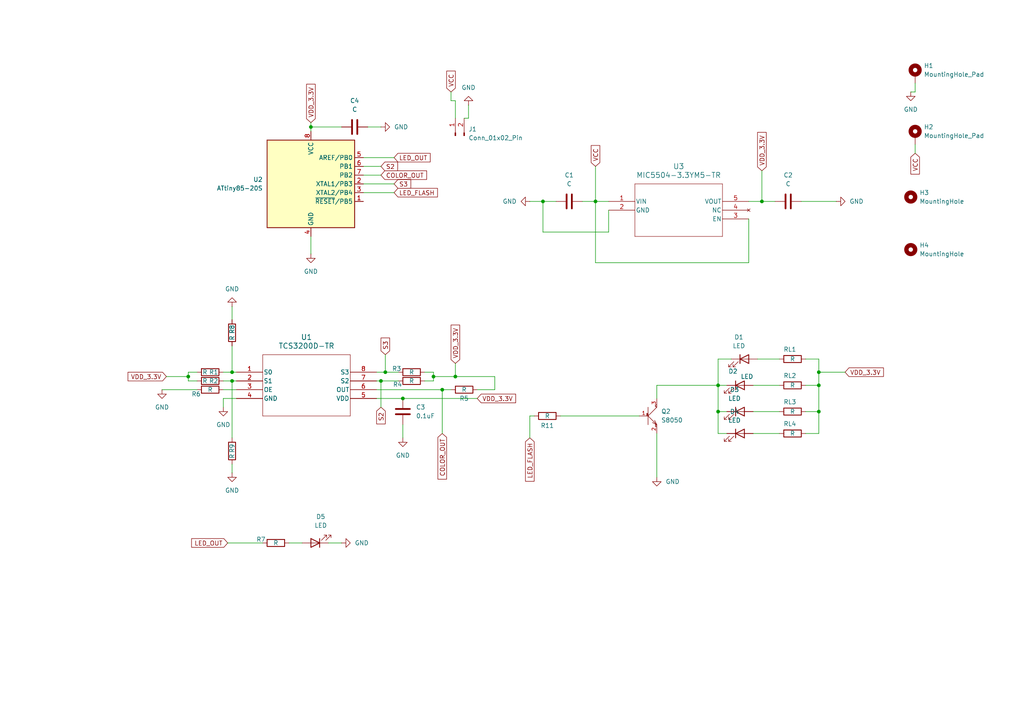
<source format=kicad_sch>
(kicad_sch (version 20231120) (generator "eeschema") (generator_version "8.0")
  (paper "A4")
  (lib_symbols
    (symbol "Connector:Conn_01x02_Pin" (pin_names (offset 1.016) hide)
      (property "Reference" "J" (at 0 2.54 0))
      (property "Value" "Conn_01x02_Pin" (at 0 -5.08 0))
      (symbol "Conn_01x02_Pin_1_1"
        (polyline (pts (xy 1.27 -2.54) (xy 0.8636 -2.54)) (stroke (width 0.1524)))
        (polyline (pts (xy 1.27 0) (xy 0.8636 0)) (stroke (width 0.1524)))
        (rectangle (start 0.8636 -2.413) (end 0 -2.667) (stroke (width 0.1524)) (fill (type outline)))
        (rectangle (start 0.8636 0.127) (end 0 -0.127) (stroke (width 0.1524)) (fill (type outline)))
        (pin passive line (at 5.08 0 180) (length 3.81) (name "Pin_1") (number "1"))
        (pin passive line (at 5.08 -2.54 180) (length 3.81) (name "Pin_2") (number "2"))
      )
    )
    (symbol "Device:C" (pin_numbers hide) (pin_names (offset 0.254))
      (property "Reference" "C" (at 0.635 2.54 0))
      (property "Value" "C" (at 0.635 -2.54 0))
      (symbol "C_0_1"
        (polyline (pts (xy -2.032 -0.762) (xy 2.032 -0.762)) (stroke (width 0.508)))
        (polyline (pts (xy -2.032 0.762) (xy 2.032 0.762)) (stroke (width 0.508)))
      )
      (symbol "C_1_1"
        (pin passive line (at 0 3.81 270) (length 2.794) (name "~") (number "1"))
        (pin passive line (at 0 -3.81 90) (length 2.794) (name "~") (number "2"))
      )
    )
    (symbol "Device:LED" (pin_numbers hide) (pin_names (offset 1.016) hide)
      (property "Reference" "D" (at 0 2.54 0))
      (property "Value" "LED" (at 0 -2.54 0))
      (symbol "LED_0_1"
        (polyline (pts (xy -1.27 -1.27) (xy -1.27 1.27)) (stroke (width 0.254)))
        (polyline (pts (xy -1.27 0) (xy 1.27 0)))
        (polyline (pts (xy 1.27 -1.27) (xy 1.27 1.27) (xy -1.27 0) (xy 1.27 -1.27)) (stroke (width 0.254)))
        (polyline (pts (xy -3.048 -0.762) (xy -4.572 -2.286) (xy -3.81 -2.286) (xy -4.572 -2.286) (xy -4.572 -1.524)))
        (polyline (pts (xy -1.778 -0.762) (xy -3.302 -2.286) (xy -2.54 -2.286) (xy -3.302 -2.286) (xy -3.302 -1.524)))
      )
      (symbol "LED_1_1"
        (pin passive line (at -3.81 0 0) (length 2.54) (name "K") (number "1"))
        (pin passive line (at 3.81 0 180) (length 2.54) (name "A") (number "2"))
      )
    )
    (symbol "Device:R" (pin_numbers hide) (pin_names (offset 0))
      (property "Reference" "R" (at 2.032 0 90))
      (property "Value" "R" (at 0 0 90))
      (symbol "R_0_1"
        (rectangle (start -1.016 -2.54) (end 1.016 2.54) (stroke (width 0.254)))
      )
      (symbol "R_1_1"
        (pin passive line (at 0 3.81 270) (length 1.27) (name "~") (number "1"))
        (pin passive line (at 0 -3.81 90) (length 1.27) (name "~") (number "2"))
      )
    )
    (symbol "MCU_Microchip_ATtiny:ATtiny85-20S"
      (property "Reference" "U" (at -12.7 13.97 0))
      (property "Value" "ATtiny85-20S" (at 2.54 -13.97 0))
      (symbol "ATtiny85-20S_0_1"
        (rectangle (start -12.7 -12.7) (end 12.7 12.7) (stroke (width 0.254)) (fill (type background)))
      )
      (symbol "ATtiny85-20S_1_1"
        (pin bidirectional line (at 15.24 -5.08 180) (length 2.54) (name "~{RESET}/PB5") (number "1"))
        (pin bidirectional line (at 15.24 0 180) (length 2.54) (name "XTAL1/PB3") (number "2"))
        (pin bidirectional line (at 15.24 -2.54 180) (length 2.54) (name "XTAL2/PB4") (number "3"))
        (pin power_in line (at 0 -15.24 90) (length 2.54) (name "GND") (number "4"))
        (pin bidirectional line (at 15.24 7.62 180) (length 2.54) (name "AREF/PB0") (number "5"))
        (pin bidirectional line (at 15.24 5.08 180) (length 2.54) (name "PB1") (number "6"))
        (pin bidirectional line (at 15.24 2.54 180) (length 2.54) (name "PB2") (number "7"))
        (pin power_in line (at 0 15.24 270) (length 2.54) (name "VCC") (number "8"))
      )
    )
    (symbol "MIC5504:MIC5504-3.3YM5-TR" (pin_names (offset 0.254))
      (property "Reference" "U" (at 20.32 10.16 0))
      (property "Value" "MIC5504-3.3YM5-TR" (at 20.32 7.62 0))
      (symbol "MIC5504-3.3YM5-TR_0_1"
        (polyline (pts (xy 7.62 -10.16) (xy 33.02 -10.16)) (stroke (width 0.127)))
        (polyline (pts (xy 7.62 5.08) (xy 7.62 -10.16)) (stroke (width 0.127)))
        (polyline (pts (xy 33.02 -10.16) (xy 33.02 5.08)) (stroke (width 0.127)))
        (polyline (pts (xy 33.02 5.08) (xy 7.62 5.08)) (stroke (width 0.127)))
        (pin input line (at 0 0 0) (length 7.62) (name "VIN") (number "1"))
        (pin power_in line (at 0 -2.54 0) (length 7.62) (name "GND") (number "2"))
        (pin input line (at 40.64 -5.08 180) (length 7.62) (name "EN") (number "3"))
        (pin no_connect line (at 40.64 -2.54 180) (length 7.62) (name "NC") (number "4"))
        (pin output line (at 40.64 0 180) (length 7.62) (name "VOUT") (number "5"))
      )
    )
    (symbol "Mechanical:MountingHole" (pin_names (offset 1.016)) (exclude_from_sim yes) (in_bom no)
      (property "Reference" "H" (at 0 5.08 0))
      (property "Value" "MountingHole" (at 0 3.175 0))
      (symbol "MountingHole_0_1"
        (circle (center 0 0) (radius 1.27) (stroke (width 1.27)))
      )
    )
    (symbol "Mechanical:MountingHole_Pad" (pin_numbers hide) (pin_names (offset 1.016) hide) (exclude_from_sim yes) (in_bom no)
      (property "Reference" "H" (at 0 6.35 0))
      (property "Value" "MountingHole_Pad" (at 0 4.445 0))
      (symbol "MountingHole_Pad_0_1"
        (circle (center 0 1.27) (radius 1.27) (stroke (width 1.27)))
      )
      (symbol "MountingHole_Pad_1_1"
        (pin input line (at 0 -2.54 90) (length 2.54) (name "1") (number "1"))
      )
    )
    (symbol "S8050:SMD-TRANSISTORS-NPN-25V-500MW_SOT-23_" (pin_names (offset 1.016))
      (property "Reference" "Q" (at -2.5444 2.5444 0))
      (property "Value" "SMD-TRANSISTORS-NPN-25V-500MW_SOT-23_" (at 3.8126 2.5418 0))
      (symbol "SMD-TRANSISTORS-NPN-25V-500MW_SOT-23__0_0"
        (polyline (pts (xy 0 -2.54) (xy 0 0)) (stroke (width 0.1524)))
        (polyline (pts (xy 0 0) (xy 0 2.54)) (stroke (width 0.1524)))
        (polyline (pts (xy 0 0) (xy 2.54 -2.54)) (stroke (width 0.1524)))
        (polyline (pts (xy 0 0) (xy 2.54 2.54)) (stroke (width 0.1524)))
        (polyline (pts (xy 2.54 -2.54) (xy 1.27 -1.905)) (stroke (width 0.1524)))
        (polyline (pts (xy 2.54 -2.54) (xy 1.905 -1.27)) (stroke (width 0.1524)))
        (text "B" (at -0.6355 0 0) (effects (font (size 0.6355 0.6355)) (justify left bottom)))
        (text "C" (at 1.9071 2.5427 0) (effects (font (size 0.6357 0.6357)) (justify left bottom)))
        (text "E" (at 1.9062 -3.177 0) (effects (font (size 0.6354 0.6354)) (justify left bottom)))
        (pin passive line (at -2.54 0 0) (length 2.54) (name "~") (number "1"))
        (pin passive line (at 2.54 -5.08 90) (length 2.54) (name "~") (number "2"))
        (pin passive line (at 2.54 5.08 270) (length 2.54) (name "~") (number "3"))
      )
    )
    (symbol "TCS3200:TCS3200D-TR" (pin_names (offset 0.254))
      (property "Reference" "U" (at 20.32 10.16 0))
      (property "Value" "TCS3200D-TR" (at 20.32 7.62 0))
      (symbol "TCS3200D-TR_0_1"
        (polyline (pts (xy 7.62 -12.7) (xy 33.02 -12.7)) (stroke (width 0.127)))
        (polyline (pts (xy 7.62 5.08) (xy 7.62 -12.7)) (stroke (width 0.127)))
        (polyline (pts (xy 33.02 -12.7) (xy 33.02 5.08)) (stroke (width 0.127)))
        (polyline (pts (xy 33.02 5.08) (xy 7.62 5.08)) (stroke (width 0.127)))
        (pin unspecified line (at 0 0 0) (length 7.62) (name "S0") (number "1"))
        (pin unspecified line (at 0 -2.54 0) (length 7.62) (name "S1") (number "2"))
        (pin unspecified line (at 0 -5.08 0) (length 7.62) (name "OE") (number "3"))
        (pin unspecified line (at 0 -7.62 0) (length 7.62) (name "GND") (number "4"))
        (pin unspecified line (at 40.64 -7.62 180) (length 7.62) (name "VDD") (number "5"))
        (pin unspecified line (at 40.64 -5.08 180) (length 7.62) (name "OUT") (number "6"))
        (pin unspecified line (at 40.64 -2.54 180) (length 7.62) (name "S2") (number "7"))
        (pin unspecified line (at 40.64 0 180) (length 7.62) (name "S3") (number "8"))
      )
    )
    (symbol "power:GND" (power) (pin_numbers hide) (pin_names (offset 0) hide)
      (property "Value" "GND" (at 0 -3.81 0))
      (symbol "GND_0_1"
        (polyline (pts (xy 0 0) (xy 0 -1.27) (xy 1.27 -1.27) (xy 0 -2.54) (xy -1.27 -1.27) (xy 0 -1.27)))
      )
      (symbol "GND_1_1"
        (pin power_in line (at 0 0 270) (length 0) (name "~") (number "1"))
      )
    )
  )
  (junction (at 237.49 111.76))
  (junction (at 67.31 110.49))
  (junction (at 237.49 119.38))
  (junction (at 110.49 110.49))
  (junction (at 90.17 36.83))
  (junction (at 125.73 109.22))
  (junction (at 128.27 113.03))
  (junction (at 132.08 109.22))
  (junction (at 116.84 115.57))
  (junction (at 208.28 111.76))
  (junction (at 54.61 109.22))
  (junction (at 208.28 119.38))
  (junction (at 111.76 107.95))
  (junction (at 67.31 107.95))
  (junction (at 237.49 107.95))
  (junction (at 172.72 58.42))
  (junction (at 157.48 58.42))
  (junction (at 220.98 58.42))
  (wire (pts (xy 95.25 157.48) (xy 99.06 157.48)))
  (wire (pts (xy 208.28 104.14) (xy 208.28 111.76)))
  (wire (pts (xy 157.48 67.31) (xy 157.48 58.42)))
  (wire (pts (xy 54.61 109.22) (xy 54.61 110.49)))
  (wire (pts (xy 83.82 157.48) (xy 87.63 157.48)))
  (wire (pts (xy 190.5 125.73) (xy 190.5 138.43)))
  (wire (pts (xy 64.77 113.03) (xy 68.58 113.03)))
  (wire (pts (xy 67.31 110.49) (xy 68.58 110.49)))
  (wire (pts (xy 208.28 125.73) (xy 210.82 125.73)))
  (wire (pts (xy 265.43 41.91) (xy 265.43 44.45)))
  (wire (pts (xy 90.17 36.83) (xy 99.06 36.83)))
  (wire (pts (xy 105.41 50.8) (xy 110.49 50.8)))
  (wire (pts (xy 110.49 110.49) (xy 115.57 110.49)))
  (wire (pts (xy 109.22 115.57) (xy 116.84 115.57)))
  (wire (pts (xy 90.17 36.83) (xy 90.17 38.1)))
  (wire (pts (xy 64.77 107.95) (xy 67.31 107.95)))
  (wire (pts (xy 212.09 104.14) (xy 208.28 104.14)))
  (wire (pts (xy 162.56 120.65) (xy 185.42 120.65)))
  (wire (pts (xy 105.41 53.34) (xy 114.3 53.34)))
  (wire (pts (xy 153.67 120.65) (xy 154.94 120.65)))
  (wire (pts (xy 64.77 115.57) (xy 68.58 115.57)))
  (wire (pts (xy 132.08 109.22) (xy 125.73 109.22)))
  (wire (pts (xy 237.49 125.73) (xy 237.49 119.38)))
  (wire (pts (xy 218.44 111.76) (xy 226.06 111.76)))
  (wire (pts (xy 54.61 107.95) (xy 54.61 109.22)))
  (wire (pts (xy 116.84 115.57) (xy 138.43 115.57)))
  (wire (pts (xy 66.04 157.48) (xy 76.2 157.48)))
  (wire (pts (xy 67.31 107.95) (xy 68.58 107.95)))
  (wire (pts (xy 64.77 110.49) (xy 67.31 110.49)))
  (wire (pts (xy 176.53 60.96) (xy 176.53 67.31)))
  (wire (pts (xy 157.48 58.42) (xy 161.29 58.42)))
  (wire (pts (xy 106.68 36.83) (xy 110.49 36.83)))
  (wire (pts (xy 220.98 58.42) (xy 224.79 58.42)))
  (wire (pts (xy 54.61 110.49) (xy 57.15 110.49)))
  (wire (pts (xy 54.61 107.95) (xy 57.15 107.95)))
  (wire (pts (xy 105.41 55.88) (xy 114.3 55.88)))
  (wire (pts (xy 132.08 34.29) (xy 132.08 29.21)))
  (wire (pts (xy 232.41 58.42) (xy 242.57 58.42)))
  (wire (pts (xy 237.49 119.38) (xy 237.49 111.76)))
  (wire (pts (xy 135.89 34.29) (xy 134.62 34.29)))
  (wire (pts (xy 90.17 35.56) (xy 90.17 36.83)))
  (wire (pts (xy 90.17 68.58) (xy 90.17 73.66)))
  (wire (pts (xy 172.72 48.26) (xy 172.72 58.42)))
  (wire (pts (xy 130.81 29.21) (xy 130.81 26.67)))
  (wire (pts (xy 237.49 107.95) (xy 237.49 104.14)))
  (wire (pts (xy 208.28 119.38) (xy 208.28 125.73)))
  (wire (pts (xy 105.41 45.72) (xy 114.3 45.72)))
  (wire (pts (xy 111.76 102.87) (xy 111.76 107.95)))
  (wire (pts (xy 143.51 113.03) (xy 143.51 109.22)))
  (wire (pts (xy 264.16 26.67) (xy 265.43 26.67)))
  (wire (pts (xy 64.77 115.57) (xy 64.77 118.11)))
  (wire (pts (xy 208.28 119.38) (xy 210.82 119.38)))
  (wire (pts (xy 132.08 29.21) (xy 130.81 29.21)))
  (wire (pts (xy 143.51 109.22) (xy 132.08 109.22)))
  (wire (pts (xy 172.72 58.42) (xy 176.53 58.42)))
  (wire (pts (xy 218.44 125.73) (xy 226.06 125.73)))
  (wire (pts (xy 111.76 107.95) (xy 115.57 107.95)))
  (wire (pts (xy 132.08 105.41) (xy 132.08 109.22)))
  (wire (pts (xy 220.98 49.53) (xy 220.98 58.42)))
  (wire (pts (xy 109.22 113.03) (xy 128.27 113.03)))
  (wire (pts (xy 208.28 111.76) (xy 210.82 111.76)))
  (wire (pts (xy 219.71 104.14) (xy 226.06 104.14)))
  (wire (pts (xy 168.91 58.42) (xy 172.72 58.42)))
  (wire (pts (xy 135.89 30.48) (xy 135.89 34.29)))
  (wire (pts (xy 217.17 58.42) (xy 220.98 58.42)))
  (wire (pts (xy 116.84 123.19) (xy 116.84 127)))
  (wire (pts (xy 208.28 111.76) (xy 208.28 119.38)))
  (wire (pts (xy 46.99 113.03) (xy 57.15 113.03)))
  (wire (pts (xy 48.26 109.22) (xy 54.61 109.22)))
  (wire (pts (xy 176.53 67.31) (xy 157.48 67.31)))
  (wire (pts (xy 237.49 107.95) (xy 245.11 107.95)))
  (wire (pts (xy 190.5 111.76) (xy 208.28 111.76)))
  (wire (pts (xy 67.31 134.62) (xy 67.31 137.16)))
  (wire (pts (xy 153.67 127) (xy 153.67 120.65)))
  (wire (pts (xy 190.5 115.57) (xy 190.5 111.76)))
  (wire (pts (xy 217.17 63.5) (xy 217.17 76.2)))
  (wire (pts (xy 233.68 125.73) (xy 237.49 125.73)))
  (wire (pts (xy 128.27 113.03) (xy 130.81 113.03)))
  (wire (pts (xy 67.31 110.49) (xy 67.31 127)))
  (wire (pts (xy 218.44 119.38) (xy 226.06 119.38)))
  (wire (pts (xy 109.22 107.95) (xy 111.76 107.95)))
  (wire (pts (xy 125.73 107.95) (xy 125.73 109.22)))
  (wire (pts (xy 265.43 24.13) (xy 265.43 26.67)))
  (wire (pts (xy 67.31 100.33) (xy 67.31 107.95)))
  (wire (pts (xy 110.49 110.49) (xy 110.49 118.11)))
  (wire (pts (xy 217.17 76.2) (xy 172.72 76.2)))
  (wire (pts (xy 237.49 111.76) (xy 237.49 107.95)))
  (wire (pts (xy 233.68 119.38) (xy 237.49 119.38)))
  (wire (pts (xy 67.31 88.9) (xy 67.31 92.71)))
  (wire (pts (xy 138.43 113.03) (xy 143.51 113.03)))
  (wire (pts (xy 123.19 110.49) (xy 125.73 110.49)))
  (wire (pts (xy 233.68 111.76) (xy 237.49 111.76)))
  (wire (pts (xy 237.49 104.14) (xy 233.68 104.14)))
  (wire (pts (xy 123.19 107.95) (xy 125.73 107.95)))
  (wire (pts (xy 153.67 58.42) (xy 157.48 58.42)))
  (wire (pts (xy 109.22 110.49) (xy 110.49 110.49)))
  (wire (pts (xy 128.27 125.73) (xy 128.27 113.03)))
  (wire (pts (xy 105.41 48.26) (xy 110.49 48.26)))
  (wire (pts (xy 125.73 109.22) (xy 125.73 110.49)))
  (wire (pts (xy 172.72 76.2) (xy 172.72 58.42)))
  (global_label "LED_FLASH" (shape input) (at 153.67 127 270) (property "Intersheetrefs" "${INTERSHEET_REFS}" (effects (hide yes))))
  (global_label "COLOR_OUT" (shape input) (at 110.49 50.8 0) (property "Intersheetrefs" "${INTERSHEET_REFS}" (effects (hide yes))))
  (global_label "S3" (shape input) (at 111.76 102.87 90) (property "Intersheetrefs" "${INTERSHEET_REFS}" (effects (hide yes))))
  (global_label "S2" (shape input) (at 110.49 48.26 0) (property "Intersheetrefs" "${INTERSHEET_REFS}" (effects (hide yes))))
  (global_label "LED_OUT" (shape input) (at 66.04 157.48 180) (property "Intersheetrefs" "${INTERSHEET_REFS}" (effects (hide yes))))
  (global_label "VCC" (shape input) (at 265.43 44.45 270) (property "Intersheetrefs" "${INTERSHEET_REFS}" (effects (hide yes))))
  (global_label "LED_OUT" (shape input) (at 114.3 45.72 0) (property "Intersheetrefs" "${INTERSHEET_REFS}" (effects (hide yes))))
  (global_label "VCC" (shape input) (at 172.72 48.26 90) (property "Intersheetrefs" "${INTERSHEET_REFS}" (effects (hide yes))))
  (global_label "VDD_3.3V" (shape input) (at 48.26 109.22 180) (property "Intersheetrefs" "${INTERSHEET_REFS}" (effects (hide yes))))
  (global_label "VDD_3.3V" (shape input) (at 138.43 115.57 0) (property "Intersheetrefs" "${INTERSHEET_REFS}" (effects (hide yes))))
  (global_label "COLOR_OUT" (shape input) (at 128.27 125.73 270) (property "Intersheetrefs" "${INTERSHEET_REFS}" (effects (hide yes))))
  (global_label "VDD_3.3V" (shape input) (at 220.98 49.53 90) (property "Intersheetrefs" "${INTERSHEET_REFS}" (effects (hide yes))))
  (global_label "S2" (shape input) (at 110.49 118.11 270) (property "Intersheetrefs" "${INTERSHEET_REFS}" (effects (hide yes))))
  (global_label "VCC" (shape input) (at 130.81 26.67 90) (property "Intersheetrefs" "${INTERSHEET_REFS}" (effects (hide yes))))
  (global_label "VDD_3.3V" (shape input) (at 245.11 107.95 0) (property "Intersheetrefs" "${INTERSHEET_REFS}" (effects (hide yes))))
  (global_label "LED_FLASH" (shape input) (at 114.3 55.88 0) (property "Intersheetrefs" "${INTERSHEET_REFS}" (effects (hide yes))))
  (global_label "VDD_3.3V" (shape input) (at 90.17 35.56 90) (property "Intersheetrefs" "${INTERSHEET_REFS}" (effects (hide yes))))
  (global_label "VDD_3.3V" (shape input) (at 132.08 105.41 90) (property "Intersheetrefs" "${INTERSHEET_REFS}" (effects (hide yes))))
  (global_label "S3" (shape input) (at 114.3 53.34 0) (property "Intersheetrefs" "${INTERSHEET_REFS}" (effects (hide yes))))
  (symbol (lib_id "TCS3200:TCS3200D-TR") (at 68.58 107.95 0) (unit 1)
    (property "Reference" "U1" (at 88.9 97.79 0) (effects (font (size 1.524 1.524))))
    (property "Value" "TCS3200D-TR" (at 88.9 100.33 0) (effects (font (size 1.524 1.524))))
    (property "Footprint" "TCS3200:SO_3200D-TR_AMS" (effects (hide yes)))
    (property "Datasheet" "TCS3200D-TR" (effects (hide yes)))
  )
  (symbol (lib_id "Device:R") (at 60.96 113.03 270) (unit 1)
    (property "Reference" "R6" (at 56.896 114.3 90))
    (property "Value" "R" (at 60.96 113.03 90))
    (property "Footprint" "Resistor_SMD:R_0603_1608Metric_Pad0.98x0.95mm_HandSolder" (effects (hide yes)))
    (property "Description" "Resistor" (effects (hide yes)))
  )
  (symbol (lib_id "power:GND") (at 153.67 58.42 270) (unit 1)
    (property "Reference" "#PWR01" (effects (hide yes)))
    (property "Value" "GND" (at 149.86 58.4199 90) (effects (justify right)))
    (property "Description" "Power symbol creates a global label with name \"GND\" , ground" (effects (hide yes)))
  )
  (symbol (lib_id "Device:R") (at 119.38 110.49 90) (unit 1)
    (property "Reference" "R4" (at 115.316 111.506 90))
    (property "Value" "R" (at 119.38 110.49 90))
    (property "Footprint" "Resistor_SMD:R_0603_1608Metric_Pad0.98x0.95mm_HandSolder" (effects (hide yes)))
    (property "Description" "Resistor" (effects (hide yes)))
  )
  (symbol (lib_id "Device:R") (at 229.87 104.14 90) (unit 1)
    (property "Reference" "RL1" (at 229.108 101.346 90))
    (property "Value" "R" (at 229.87 104.14 90))
    (property "Footprint" "Resistor_SMD:R_0603_1608Metric_Pad0.98x0.95mm_HandSolder" (effects (hide yes)))
    (property "Description" "Resistor" (effects (hide yes)))
  )
  (symbol (lib_id "power:GND") (at 67.31 88.9 180) (unit 1)
    (property "Reference" "#PWR05" (effects (hide yes)))
    (property "Value" "GND" (at 67.31 83.82 0))
    (property "Description" "Power symbol creates a global label with name \"GND\" , ground" (effects (hide yes)))
  )
  (symbol (lib_id "Device:R") (at 60.96 110.49 90) (unit 1)
    (property "Reference" "R2" (at 61.976 110.49 90))
    (property "Value" "R" (at 59.436 110.49 90))
    (property "Footprint" "Resistor_SMD:R_0603_1608Metric_Pad0.98x0.95mm_HandSolder" (effects (hide yes)))
    (property "Description" "Resistor" (effects (hide yes)))
  )
  (symbol (lib_id "Mechanical:MountingHole") (at 264.16 57.15 0) (unit 1) (exclude_from_sim yes) (in_bom no)
    (property "Reference" "H3" (at 266.7 55.8799 0) (effects (justify left)))
    (property "Value" "MountingHole" (at 266.7 58.4199 0) (effects (justify left)))
    (property "Footprint" "MountingHole:MT_Hole" (effects (hide yes)))
    (property "Description" "Mounting Hole without connection" (effects (hide yes)))
  )
  (symbol (lib_id "power:GND") (at 64.77 118.11 0) (unit 1)
    (property "Reference" "#PWR06" (effects (hide yes)))
    (property "Value" "GND" (at 64.77 123.19 0))
    (property "Description" "Power symbol creates a global label with name \"GND\" , ground" (effects (hide yes)))
  )
  (symbol (lib_id "Device:LED") (at 214.63 111.76 0) (unit 1)
    (property "Reference" "D2" (at 212.598 107.696 0))
    (property "Value" "LED" (at 216.662 109.22 0))
    (property "Footprint" "LED_THT:LED_D5.0mm" (effects (hide yes)))
    (property "Description" "Light emitting diode" (effects (hide yes)))
  )
  (symbol (lib_id "Device:R") (at 119.38 107.95 90) (unit 1)
    (property "Reference" "R3" (at 115.062 106.934 90))
    (property "Value" "R" (at 119.38 107.95 90))
    (property "Footprint" "Resistor_SMD:R_0603_1608Metric_Pad0.98x0.95mm_HandSolder" (effects (hide yes)))
    (property "Description" "Resistor" (effects (hide yes)))
  )
  (symbol (lib_id "Device:C") (at 116.84 119.38 180) (unit 1)
    (property "Reference" "C3" (at 120.65 118.1099 0) (effects (justify right)))
    (property "Value" "0.1uF" (at 120.65 120.6499 0) (effects (justify right)))
    (property "Footprint" "Capacitor_SMD:C_0603_1608Metric_Pad1.08x0.95mm_HandSolder" (effects (hide yes)))
    (property "Description" "Unpolarized capacitor" (effects (hide yes)))
  )
  (symbol (lib_id "power:GND") (at 90.17 73.66 0) (unit 1)
    (property "Reference" "#PWR03" (effects (hide yes)))
    (property "Value" "GND" (at 90.17 78.74 0))
    (property "Description" "Power symbol creates a global label with name \"GND\" , ground" (effects (hide yes)))
  )
  (symbol (lib_id "Device:R") (at 67.31 96.52 180) (unit 1)
    (property "Reference" "R8" (at 67.31 95.504 90))
    (property "Value" "R" (at 67.31 98.044 90))
    (property "Footprint" "Resistor_SMD:R_0603_1608Metric_Pad0.98x0.95mm_HandSolder" (effects (hide yes)))
    (property "Description" "Resistor" (effects (hide yes)))
  )
  (symbol (lib_id "MCU_Microchip_ATtiny:ATtiny85-20S") (at 90.17 53.34 0) (unit 1)
    (property "Reference" "U2" (at 76.2 52.0699 0) (effects (justify right)))
    (property "Value" "ATtiny85-20S" (at 76.2 54.6099 0) (effects (justify right)))
    (property "Footprint" "Package_SO:SOIC-8W_5.3x5.3mm_P1.27mm" (effects (hide yes)))
    (property "Datasheet" "http://ww1.microchip.com/downloads/en/DeviceDoc/atmel-2586-avr-8-bit-microcontroller-attiny25-attiny45-attiny85_datasheet.pdf" (effects (hide yes)))
    (property "Description" "20MHz, 8kB Flash, 512B SRAM, 512B EEPROM, debugWIRE, SOIC-8W" (effects (hide yes)))
  )
  (symbol (lib_id "power:GND") (at 264.16 26.67 0) (unit 1)
    (property "Reference" "#PWR012" (effects (hide yes)))
    (property "Value" "GND" (at 264.16 31.75 0))
    (property "Description" "Power symbol creates a global label with name \"GND\" , ground" (effects (hide yes)))
  )
  (symbol (lib_id "power:GND") (at 190.5 138.43 0) (unit 1)
    (property "Reference" "#PWR09" (effects (hide yes)))
    (property "Value" "GND" (at 193.04 139.6999 0) (effects (justify left)))
    (property "Description" "Power symbol creates a global label with name \"GND\" , ground" (effects (hide yes)))
  )
  (symbol (lib_id "Device:R") (at 229.87 125.73 90) (unit 1)
    (property "Reference" "RL4" (at 229.108 122.936 90))
    (property "Value" "R" (at 229.87 125.73 90))
    (property "Footprint" "Resistor_SMD:R_0603_1608Metric_Pad0.98x0.95mm_HandSolder" (effects (hide yes)))
    (property "Description" "Resistor" (effects (hide yes)))
  )
  (symbol (lib_id "Device:R") (at 80.01 157.48 90) (unit 1)
    (property "Reference" "R7" (at 75.692 156.464 90))
    (property "Value" "R" (at 80.01 157.48 90))
    (property "Footprint" "Resistor_SMD:R_0603_1608Metric_Pad0.98x0.95mm_HandSolder" (effects (hide yes)))
    (property "Description" "Resistor" (effects (hide yes)))
  )
  (symbol (lib_id "Device:LED") (at 215.9 104.14 0) (unit 1)
    (property "Reference" "D1" (at 214.3125 97.79 0))
    (property "Value" "LED" (at 214.3125 100.33 0))
    (property "Footprint" "LED_THT:LED_D5.0mm" (effects (hide yes)))
    (property "Description" "Light emitting diode" (effects (hide yes)))
  )
  (symbol (lib_id "Device:R") (at 134.62 113.03 90) (unit 1)
    (property "Reference" "R5" (at 134.62 115.57 90))
    (property "Value" "R" (at 134.62 113.03 90))
    (property "Footprint" "Resistor_SMD:R_0603_1608Metric_Pad0.98x0.95mm_HandSolder" (effects (hide yes)))
    (property "Description" "Resistor" (effects (hide yes)))
  )
  (symbol (lib_id "power:GND") (at 242.57 58.42 90) (unit 1)
    (property "Reference" "#PWR02" (effects (hide yes)))
    (property "Value" "GND" (at 246.38 58.4199 90) (effects (justify right)))
    (property "Description" "Power symbol creates a global label with name \"GND\" , ground" (effects (hide yes)))
  )
  (symbol (lib_id "Device:LED") (at 91.44 157.48 180) (unit 1)
    (property "Reference" "D5" (at 93.0275 149.86 0))
    (property "Value" "LED" (at 93.0275 152.4 0))
    (property "Footprint" "LED_SMD:LED_0805_2012Metric_Pad1.15x1.40mm_HandSolder" (effects (hide yes)))
    (property "Description" "Light emitting diode" (effects (hide yes)))
  )
  (symbol (lib_id "power:GND") (at 135.89 30.48 180) (unit 1)
    (property "Reference" "#PWR08" (effects (hide yes)))
    (property "Value" "GND" (at 135.89 25.4 0))
    (property "Description" "Power symbol creates a global label with name \"GND\" , ground" (effects (hide yes)))
  )
  (symbol (lib_id "Device:R") (at 229.87 119.38 90) (unit 1)
    (property "Reference" "RL3" (at 229.108 116.586 90))
    (property "Value" "R" (at 229.87 119.38 90))
    (property "Footprint" "Resistor_SMD:R_0603_1608Metric_Pad0.98x0.95mm_HandSolder" (effects (hide yes)))
    (property "Description" "Resistor" (effects (hide yes)))
  )
  (symbol (lib_id "power:GND") (at 110.49 36.83 90) (unit 1)
    (property "Reference" "#PWR013" (effects (hide yes)))
    (property "Value" "GND" (at 114.3 36.8299 90) (effects (justify right)))
    (property "Description" "Power symbol creates a global label with name \"GND\" , ground" (effects (hide yes)))
  )
  (symbol (lib_id "S8050:SMD-TRANSISTORS-NPN-25V-500MW_SOT-23_") (at 187.96 120.65 0) (unit 1)
    (property "Reference" "Q2" (at 191.77 119.3341 0) (effects (justify left)))
    (property "Value" "S8050" (at 191.77 121.8741 0) (effects (justify left)))
    (property "Footprint" "S8050:SOT-23" (effects (hide yes)))
    (property "MF" "Microdiode Electronics" (effects (hide yes)))
    (property "Description_1" "\n                        \n                            MOSFET N-CH 30V 55A/423A POWER56\n                        \n" (effects (hide yes)))
    (property "Package" "None" (effects (hide yes)))
    (property "MPN" "S8050" (effects (hide yes)))
    (property "Price" "None" (effects (hide yes)))
    (property "SnapEDA_Link" "https://www.snapeda.com/parts/S8050/Applied+Avionics/view-part/?ref=snap" (effects (hide yes)))
    (property "MP" "S8050" (effects (hide yes)))
    (property "Availability" "In Stock" (effects (hide yes)))
    (property "Check_prices" "https://www.snapeda.com/parts/S8050/Applied+Avionics/view-part/?ref=eda" (effects (hide yes)))
  )
  (symbol (lib_id "Mechanical:MountingHole_Pad") (at 265.43 39.37 0) (unit 1) (exclude_from_sim yes) (in_bom no)
    (property "Reference" "H2" (at 267.97 36.8299 0) (effects (justify left)))
    (property "Value" "MountingHole_Pad" (at 267.97 39.3699 0) (effects (justify left)))
    (property "Footprint" "MountingHole:MT_Hole" (effects (hide yes)))
    (property "Description" "Mounting Hole with connection" (effects (hide yes)))
  )
  (symbol (lib_id "Device:C") (at 165.1 58.42 90) (unit 1)
    (property "Reference" "C1" (at 165.1 50.8 90))
    (property "Value" "C" (at 165.1 53.34 90))
    (property "Footprint" "Capacitor_SMD:C_0603_1608Metric_Pad1.08x0.95mm_HandSolder" (effects (hide yes)))
    (property "Description" "Unpolarized capacitor" (effects (hide yes)))
  )
  (symbol (lib_id "Device:R") (at 67.31 130.81 180) (unit 1)
    (property "Reference" "R9" (at 67.31 130.048 90))
    (property "Value" "R" (at 67.31 132.334 90))
    (property "Footprint" "Resistor_SMD:R_0603_1608Metric_Pad0.98x0.95mm_HandSolder" (effects (hide yes)))
    (property "Description" "Resistor" (effects (hide yes)))
  )
  (symbol (lib_id "power:GND") (at 99.06 157.48 90) (unit 1)
    (property "Reference" "#PWR010" (effects (hide yes)))
    (property "Value" "GND" (at 102.87 157.4799 90) (effects (justify right)))
    (property "Description" "Power symbol creates a global label with name \"GND\" , ground" (effects (hide yes)))
  )
  (symbol (lib_id "Mechanical:MountingHole_Pad") (at 265.43 21.59 0) (unit 1) (exclude_from_sim yes) (in_bom no)
    (property "Reference" "H1" (at 267.97 19.0499 0) (effects (justify left)))
    (property "Value" "MountingHole_Pad" (at 267.97 21.5899 0) (effects (justify left)))
    (property "Footprint" "MountingHole:MT_Hole" (effects (hide yes)))
    (property "Description" "Mounting Hole with connection" (effects (hide yes)))
  )
  (symbol (lib_id "Device:R") (at 229.87 111.76 90) (unit 1)
    (property "Reference" "RL2" (at 229.108 108.966 90))
    (property "Value" "R" (at 229.87 111.76 90))
    (property "Footprint" "Resistor_SMD:R_0603_1608Metric_Pad0.98x0.95mm_HandSolder" (effects (hide yes)))
    (property "Description" "Resistor" (effects (hide yes)))
  )
  (symbol (lib_id "Device:LED") (at 214.63 119.38 0) (unit 1)
    (property "Reference" "D3" (at 213.0425 113.03 0))
    (property "Value" "LED" (at 213.0425 115.57 0))
    (property "Footprint" "LED_THT:LED_D5.0mm" (effects (hide yes)))
    (property "Description" "Light emitting diode" (effects (hide yes)))
  )
  (symbol (lib_id "Device:R") (at 158.75 120.65 90) (unit 1)
    (property "Reference" "R11" (at 158.75 123.444 90))
    (property "Value" "R" (at 158.75 120.65 90))
    (property "Footprint" "Resistor_SMD:R_0603_1608Metric_Pad0.98x0.95mm_HandSolder" (effects (hide yes)))
    (property "Description" "Resistor" (effects (hide yes)))
  )
  (symbol (lib_id "Device:C") (at 102.87 36.83 90) (unit 1)
    (property "Reference" "C4" (at 102.87 29.21 90))
    (property "Value" "C" (at 102.87 31.75 90))
    (property "Footprint" "Capacitor_SMD:C_0603_1608Metric_Pad1.08x0.95mm_HandSolder" (effects (hide yes)))
    (property "Description" "Unpolarized capacitor" (effects (hide yes)))
  )
  (symbol (lib_id "Connector:Conn_01x02_Pin") (at 132.08 39.37 90) (unit 1)
    (property "Reference" "J1" (at 135.89 37.4649 90) (effects (justify right)))
    (property "Value" "Conn_01x02_Pin" (at 135.89 40.0049 90) (effects (justify right)))
    (property "Footprint" "Connector_PinHeader_2.54mm:PinHeader_1x02_P2.54mm_Vertical" (effects (hide yes)))
    (property "Description" "Generic connector, single row, 01x02, script generated" (effects (hide yes)))
  )
  (symbol (lib_id "MIC5504:MIC5504-3.3YM5-TR") (at 176.53 58.42 0) (unit 1)
    (property "Reference" "U3" (at 196.85 48.26 0) (effects (font (size 1.524 1.524))))
    (property "Value" "MIC5504-3.3YM5-TR" (at 196.85 50.8 0) (effects (font (size 1.524 1.524))))
    (property "Footprint" "MIC5504:SOT-23-5_MC_MCH" (effects (hide yes)))
    (property "Datasheet" "MIC5504-3.3YM5-TR" (effects (hide yes)))
  )
  (symbol (lib_id "Device:C") (at 228.6 58.42 90) (unit 1)
    (property "Reference" "C2" (at 228.6 50.8 90))
    (property "Value" "C" (at 228.6 53.34 90))
    (property "Footprint" "Capacitor_SMD:C_0603_1608Metric_Pad1.08x0.95mm_HandSolder" (effects (hide yes)))
    (property "Description" "Unpolarized capacitor" (effects (hide yes)))
  )
  (symbol (lib_id "power:GND") (at 67.31 137.16 0) (unit 1)
    (property "Reference" "#PWR011" (effects (hide yes)))
    (property "Value" "GND" (at 67.31 142.24 0))
    (property "Description" "Power symbol creates a global label with name \"GND\" , ground" (effects (hide yes)))
  )
  (symbol (lib_id "Mechanical:MountingHole") (at 264.16 72.39 0) (unit 1) (exclude_from_sim yes) (in_bom no)
    (property "Reference" "H4" (at 266.7 71.1199 0) (effects (justify left)))
    (property "Value" "MountingHole" (at 266.7 73.6599 0) (effects (justify left)))
    (property "Footprint" "MountingHole:MT_Hole" (effects (hide yes)))
    (property "Description" "Mounting Hole without connection" (effects (hide yes)))
  )
  (symbol (lib_id "power:GND") (at 116.84 127 0) (unit 1)
    (property "Reference" "#PWR04" (effects (hide yes)))
    (property "Value" "GND" (at 116.84 132.08 0))
    (property "Description" "Power symbol creates a global label with name \"GND\" , ground" (effects (hide yes)))
  )
  (symbol (lib_id "power:GND") (at 46.99 113.03 0) (unit 1)
    (property "Reference" "#PWR07" (effects (hide yes)))
    (property "Value" "GND" (at 46.99 118.11 0))
    (property "Description" "Power symbol creates a global label with name \"GND\" , ground" (effects (hide yes)))
  )
  (symbol (lib_id "Device:LED") (at 214.63 125.73 0) (unit 1)
    (property "Reference" "D4" (at 213.0425 119.38 0))
    (property "Value" "LED" (at 213.0425 121.92 0))
    (property "Footprint" "LED_THT:LED_D5.0mm" (effects (hide yes)))
    (property "Description" "Light emitting diode" (effects (hide yes)))
  )
  (symbol (lib_id "Device:R") (at 60.96 107.95 90) (unit 1)
    (property "Reference" "R1" (at 61.976 107.95 90))
    (property "Value" "R" (at 59.436 107.95 90))
    (property "Footprint" "Resistor_SMD:R_0603_1608Metric_Pad0.98x0.95mm_HandSolder" (effects (hide yes)))
    (property "Description" "Resistor" (effects (hide yes)))
  )
)
</source>
